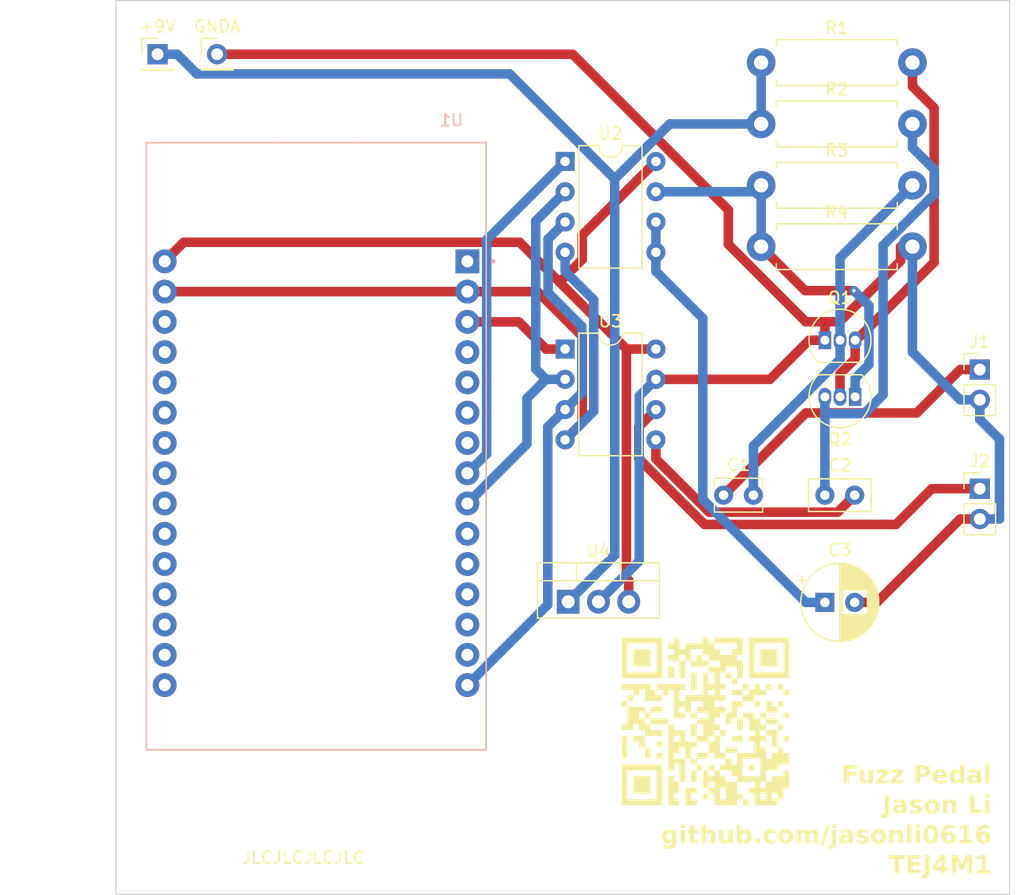
<source format=kicad_pcb>
(kicad_pcb (version 20221018) (generator pcbnew)
  (title_block (title "Fuzz Pedal") (date "2023-12-22") (company "Jason Li"))
  (layers (0 "F.Cu" mixed) (31 "B.Cu" mixed) (34 "B.Paste" user) (35 "F.Paste" user) (36 "B.SilkS" user "B.Silkscreen") (37 "F.SilkS" user "F.Silkscreen") (38 "B.Mask" user) (39 "F.Mask" user) (44 "Edge.Cuts" user))
  (net 0 "")
  (net 1 "Net-(Q1-B)")
  (net 2 "Net-(Q2-C)")
  (net 3 "Net-(U3-P0A)")
  (net 4 "Net-(U2-P0A)")
  (net 5 "GNDA")
  (net 6 "Net-(Q1-C)")
  (net 7 "Net-(Q2-E)")
  (net 8 "+9V")
  (net 10 "Net-(U2-VSS)")
  (net 11 "Net-(U1-D15)")
  (net 16 "Net-(U1-D5)")
  (net 17 "Net-(U1-D18)")
  (net 23 "Net-(U1-D23)")
  (net 24 "Net-(U1-VIN)")
  (net 38 "Net-(C1-Pad1)")
  (net 39 "Net-(U3-P0W)")
  (footprint "Package_TO_SOT_THT:TO-92_Inline" (layer "F.Cu") (at 176.54 97.75 180)
    (fp_text reference "Q2" (at 1.27 -3.56) (layer "F.SilkS"))
    (fp_text value "2N3904")
    (pad "1" thru_hole rect (at 0 0 180) (size 1.05 1.5) (drill 0.75) (layers "*.Cu" "*.Mask") (net 7 "Net-(Q2-E)"))
    (pad "2" thru_hole oval (at 1.27 0 180) (size 1.05 1.5) (drill 0.75) (layers "*.Cu" "*.Mask") (net 6 "Net-(Q1-C)"))
    (pad "3" thru_hole oval (at 2.54 0 180) (size 1.05 1.5) (drill 0.75) (layers "*.Cu" "*.Mask") (net 2 "Net-(Q2-C)"))
  )
  (footprint "Package_DIP:DIP-8_W7.62mm" (layer "F.Cu") (at 152.2 78)
    (fp_text reference "U2" (at 3.81 -2.33) (layer "F.SilkS"))
    (fp_text value "MCP4131-503E_SN")
    (pad "1" thru_hole rect (at 0 0) (size 1.6 1.6) (drill 0.8) (layers "*.Cu" "*.Mask") (net 16 "Net-(U1-D5)"))
    (pad "2" thru_hole oval (at 0 2.54) (size 1.6 1.6) (drill 0.8) (layers "*.Cu" "*.Mask") (net 17 "Net-(U1-D18)"))
    (pad "3" thru_hole oval (at 0 5.08) (size 1.6 1.6) (drill 0.8) (layers "*.Cu" "*.Mask") (net 23 "Net-(U1-D23)"))
    (pad "4" thru_hole oval (at 0 7.62) (size 1.6 1.6) (drill 0.8) (layers "*.Cu" "*.Mask") (net 10 "Net-(U2-VSS)"))
    (pad "5" thru_hole oval (at 7.62 7.62) (size 1.6 1.6) (drill 0.8) (layers "*.Cu" "*.Mask") (net 4 "Net-(U2-P0A)"))
    (pad "6" thru_hole oval (at 7.62 5.08) (size 1.6 1.6) (drill 0.8) (layers "*.Cu" "*.Mask") (net 4 "Net-(U2-P0A)"))
    (pad "7" thru_hole oval (at 7.62 2.54) (size 1.6 1.6) (drill 0.8) (layers "*.Cu" "*.Mask") (net 7 "Net-(Q2-E)"))
    (pad "8" thru_hole oval (at 7.62 0) (size 1.6 1.6) (drill 0.8) (layers "*.Cu" "*.Mask") (net 24 "Net-(U1-VIN)"))
  )
  (footprint "Package_TO_SOT_THT:TO-220-3_Vertical" (layer "F.Cu") (at 152.46 114.945)
    (fp_text reference "U4" (at 2.54 -4.27) (layer "F.SilkS"))
    (fp_text value "L7805")
    (pad "1" thru_hole rect (at 0 0) (size 1.905 2) (drill 1.1) (layers "*.Cu" "*.Mask") (net 8 "+9V"))
    (pad "2" thru_hole oval (at 2.54 0) (size 1.905 2) (drill 1.1) (layers "*.Cu" "*.Mask") (net 5 "GNDA"))
    (pad "3" thru_hole oval (at 5.08 0) (size 1.905 2) (drill 1.1) (layers "*.Cu" "*.Mask") (net 24 "Net-(U1-VIN)"))
  )
  (footprint "Resistor_THT:R_Axial_DIN0411_L9.9mm_D3.6mm_P12.70mm_Horizontal" (layer "F.Cu") (at 168.65 74.85)
    (fp_text reference "R2" (at 6.35 -2.92) (layer "F.SilkS"))
    (fp_text value "10K")
    (pad "1" thru_hole circle (at 0 0) (size 2.4 2.4) (drill 1.2) (layers "*.Cu" "*.Mask") (net 8 "+9V"))
    (pad "2" thru_hole oval (at 12.7 0) (size 2.4 2.4) (drill 1.2) (layers "*.Cu" "*.Mask") (net 2 "Net-(Q2-C)"))
  )
  (footprint "Connector_PinHeader_2.54mm:PinHeader_1x02_P2.54mm_Vertical" (layer "F.Cu") (at 187 105.46)
    (fp_text reference "J2" (at 0 -2.33) (layer "F.SilkS"))
    (fp_text value "Audio out")
    (pad "S" thru_hole oval (at 0 2.54) (size 1.7 1.7) (drill 1) (layers "*.Cu" "*.Mask") (net 5 "GNDA"))
    (pad "T" thru_hole rect (at 0 0) (size 1.7 1.7) (drill 1) (layers "*.Cu" "*.Mask") (net 39 "Net-(U3-P0W)"))
  )
  (footprint "Package_TO_SOT_THT:TO-92_Inline" (layer "F.Cu") (at 174 93)
    (fp_text reference "Q1" (at 1.27 -3.56) (layer "F.SilkS"))
    (fp_text value "2N3904")
    (pad "1" thru_hole rect (at 0 0) (size 1.05 1.5) (drill 0.75) (layers "*.Cu" "*.Mask") (net 5 "GNDA"))
    (pad "2" thru_hole oval (at 1.27 0) (size 1.05 1.5) (drill 0.75) (layers "*.Cu" "*.Mask") (net 1 "Net-(Q1-B)"))
    (pad "3" thru_hole oval (at 2.54 0) (size 1.05 1.5) (drill 0.75) (layers "*.Cu" "*.Mask") (net 6 "Net-(Q1-C)"))
  )
  (footprint "Resistor_THT:R_Axial_DIN0411_L9.9mm_D3.6mm_P12.70mm_Horizontal" (layer "F.Cu") (at 168.65 85.15)
    (fp_text reference "R4" (at 6.35 -2.92) (layer "F.SilkS"))
    (fp_text value "5.1K")
    (pad "1" thru_hole circle (at 0 0) (size 2.4 2.4) (drill 1.2) (layers "*.Cu" "*.Mask") (net 7 "Net-(Q2-E)"))
    (pad "2" thru_hole oval (at 12.7 0) (size 2.4 2.4) (drill 1.2) (layers "*.Cu" "*.Mask") (net 5 "GNDA"))
  )
  (footprint "Capacitor_THT:CP_Radial_D6.3mm_P2.50mm" (layer "F.Cu") (at 174 115)
    (fp_text reference "C3" (at 1.25 -4.4) (layer "F.SilkS"))
    (fp_text value "22uF")
    (pad "1" thru_hole rect (at 0 0) (size 1.6 1.6) (drill 0.8) (layers "*.Cu" "*.Mask") (net 4 "Net-(U2-P0A)"))
    (pad "2" thru_hole circle (at 2.5 0) (size 1.6 1.6) (drill 0.8) (layers "*.Cu" "*.Mask") (net 5 "GNDA"))
  )
  (footprint "Resistor_THT:R_Axial_DIN0411_L9.9mm_D3.6mm_P12.70mm_Horizontal" (layer "F.Cu") (at 168.65 69.7)
    (fp_text reference "R1" (at 6.35 -2.92) (layer "F.SilkS"))
    (fp_text value "100K")
    (pad "1" thru_hole circle (at 0 0) (size 2.4 2.4) (drill 1.2) (layers "*.Cu" "*.Mask") (net 8 "+9V"))
    (pad "2" thru_hole oval (at 12.7 0) (size 2.4 2.4) (drill 1.2) (layers "*.Cu" "*.Mask") (net 6 "Net-(Q1-C)"))
  )
  (footprint "Capacitor_THT:C_Disc_D5.0mm_W2.5mm_P2.50mm" (layer "F.Cu") (at 174 106)
    (fp_text reference "C2" (at 1.25 -2.5) (layer "F.SilkS"))
    (fp_text value "0.01uF")
    (pad "1" thru_hole circle (at 0 0) (size 1.6 1.6) (drill 0.8) (layers "*.Cu" "*.Mask") (net 2 "Net-(Q2-C)"))
    (pad "2" thru_hole circle (at 2.5 0) (size 1.6 1.6) (drill 0.8) (layers "*.Cu" "*.Mask") (net 3 "Net-(U3-P0A)"))
  )
  (footprint "Resistor_THT:R_Axial_DIN0411_L9.9mm_D3.6mm_P12.70mm_Horizontal" (layer "F.Cu") (at 168.65 80)
    (fp_text reference "R3" (at 6.35 -2.92) (layer "F.SilkS"))
    (fp_text value "100K")
    (pad "1" thru_hole circle (at 0 0) (size 2.4 2.4) (drill 1.2) (layers "*.Cu" "*.Mask") (net 7 "Net-(Q2-E)"))
    (pad "2" thru_hole oval (at 12.7 0) (size 2.4 2.4) (drill 1.2) (layers "*.Cu" "*.Mask") (net 1 "Net-(Q1-B)"))
  )
  (footprint "Package_DIP:DIP-8_W7.62mm" (layer "F.Cu") (at 152.2 93.74)
    (fp_text reference "U3" (at 3.81 -2.33) (layer "F.SilkS"))
    (fp_text value "MCP4131-503E_SN")
    (pad "1" thru_hole rect (at 0 0) (size 1.6 1.6) (drill 0.8) (layers "*.Cu" "*.Mask") (net 11 "Net-(U1-D15)"))
    (pad "2" thru_hole oval (at 0 2.54) (size 1.6 1.6) (drill 0.8) (layers "*.Cu" "*.Mask") (net 17 "Net-(U1-D18)"))
    (pad "3" thru_hole oval (at 0 5.08) (size 1.6 1.6) (drill 0.8) (layers "*.Cu" "*.Mask") (net 23 "Net-(U1-D23)"))
    (pad "4" thru_hole oval (at 0 7.62) (size 1.6 1.6) (drill 0.8) (layers "*.Cu" "*.Mask") (net 10 "Net-(U2-VSS)"))
    (pad "5" thru_hole oval (at 7.62 7.62) (size 1.6 1.6) (drill 0.8) (layers "*.Cu" "*.Mask") (net 3 "Net-(U3-P0A)"))
    (pad "6" thru_hole oval (at 7.62 5.08) (size 1.6 1.6) (drill 0.8) (layers "*.Cu" "*.Mask") (net 39 "Net-(U3-P0W)"))
    (pad "7" thru_hole oval (at 7.62 2.54) (size 1.6 1.6) (drill 0.8) (layers "*.Cu" "*.Mask") (net 5 "GNDA"))
    (pad "8" thru_hole oval (at 7.62 0) (size 1.6 1.6) (drill 0.8) (layers "*.Cu" "*.Mask") (net 24 "Net-(U1-VIN)"))
  )
  (footprint "Connector_PinHeader_2.54mm:PinHeader_1x01_P2.54mm_Vertical" (layer "F.Cu") (at 118 69)
    (fp_text reference "+9V" (at 0 -2.33) (layer "F.SilkS"))
    (fp_text value "PinHeader_1x01_P2.54mm_Vertical")
    (pad "1" thru_hole rect (at 0 0) (size 1.7 1.7) (drill 1) (layers "*.Cu" "*.Mask") (net 8 "+9V"))
  )
  (footprint "Connector_PinHeader_2.54mm:PinHeader_1x02_P2.54mm_Vertical" (layer "F.Cu") (at 187 95.46)
    (fp_text reference "J1" (at 0 -2.33) (layer "F.SilkS"))
    (fp_text value "Audio in")
    (pad "S" thru_hole oval (at 0 2.54) (size 1.7 1.7) (drill 1) (layers "*.Cu" "*.Mask") (net 5 "GNDA"))
    (pad "T" thru_hole rect (at 0 0) (size 1.7 1.7) (drill 1) (layers "*.Cu" "*.Mask") (net 38 "Net-(C1-Pad1)"))
  )
  (footprint "Connector_PinHeader_2.54mm:PinHeader_1x01_P2.54mm_Vertical" (layer "F.Cu") (at 123 69)
    (fp_text reference "GNDA" (at 0 -2.33) (layer "F.SilkS"))
    (fp_text value "PinHeader_1x01_P2.54mm_Vertical")
    (pad "2" thru_hole circle (at 0 0) (size 1.7 1.7) (drill 1) (layers "*.Cu" "*.Mask") (net 5 "GNDA"))
  )
  (footprint "Capacitor_THT:C_Disc_D3.8mm_W2.6mm_P2.50mm" (layer "F.Cu") (at 165.5 106)
    (fp_text reference "C1" (at 1.25 -2.55) (layer "F.SilkS"))
    (fp_text value "0.1uF")
    (pad "1" thru_hole circle (at 0 0) (size 1.6 1.6) (drill 0.8) (layers "*.Cu" "*.Mask") (net 38 "Net-(C1-Pad1)"))
    (pad "2" thru_hole circle (at 2.5 0) (size 1.6 1.6) (drill 0.8) (layers "*.Cu" "*.Mask") (net 1 "Net-(Q1-B)"))
  )
  (footprint "LOGO" (layer "F.Cu") (at 164 125)
    (fp_text reference "G***" hide)
    (fp_text value "LOGO" hide)
  )
  (footprint "ESP32-DEVKIT-V1:MODULE_ESP32_DEVKIT_V1" (layer "B.Cu") (at 131.3 101.895 180)
    (fp_text reference "U1" (at -11.355 27.36) (layer "B.SilkS") (effects (justify mirror)))
    (fp_text value "ESP32-DEVKIT-V1")
    (pad "" np_thru_hole circle (at -12.28 -23.475 180) (size 3 3) (drill 3) (layers "*.Cu" "*.Mask"))
    (pad "" np_thru_hole circle (at -12.28 23.475 180) (size 3 3) (drill 3) (layers "*.Cu" "*.Mask"))
    (pad "" np_thru_hole circle (at 12.23 -23.475 180) (size 3 3) (drill 3) (layers "*.Cu" "*.Mask"))
    (pad "" np_thru_hole circle (at 12.23 23.475 180) (size 3 3) (drill 3) (layers "*.Cu" "*.Mask"))
    (pad "1" thru_hole rect (at -12.7 15.515 180) (size 2 2) (drill 1.02) (layers "*.Cu" "*.Mask"))
    (pad "2" thru_hole circle (at -12.7 12.975 180) (size 2 2) (drill 1.02) (layers "*.Cu" "*.Mask") (net 10 "Net-(U2-VSS)"))
    (pad "3" thru_hole circle (at -12.7 10.435 180) (size 2 2) (drill 1.02) (layers "*.Cu" "*.Mask") (net 11 "Net-(U1-D15)"))
    (pad "4" thru_hole circle (at -12.7 7.895 180) (size 2 2) (drill 1.02) (layers "*.Cu" "*.Mask"))
    (pad "5" thru_hole circle (at -12.7 5.355 180) (size 2 2) (drill 1.02) (layers "*.Cu" "*.Mask"))
    (pad "6" thru_hole circle (at -12.7 2.815 180) (size 2 2) (drill 1.02) (layers "*.Cu" "*.Mask"))
    (pad "7" thru_hole circle (at -12.7 0.275 180) (size 2 2) (drill 1.02) (layers "*.Cu" "*.Mask"))
    (pad "8" thru_hole circle (at -12.7 -2.265 180) (size 2 2) (drill 1.02) (layers "*.Cu" "*.Mask") (net 16 "Net-(U1-D5)"))
    (pad "9" thru_hole circle (at -12.7 -4.805 180) (size 2 2) (drill 1.02) (layers "*.Cu" "*.Mask") (net 17 "Net-(U1-D18)"))
    (pad "10" thru_hole circle (at -12.7 -7.345 180) (size 2 2) (drill 1.02) (layers "*.Cu" "*.Mask"))
    (pad "11" thru_hole circle (at -12.7 -9.885 180) (size 2 2) (drill 1.02) (layers "*.Cu" "*.Mask"))
    (pad "12" thru_hole circle (at -12.7 -12.425 180) (size 2 2) (drill 1.02) (layers "*.Cu" "*.Mask"))
    (pad "13" thru_hole circle (at -12.7 -14.965 180) (size 2 2) (drill 1.02) (layers "*.Cu" "*.Mask"))
    (pad "14" thru_hole circle (at -12.7 -17.505 180) (size 2 2) (drill 1.02) (layers "*.Cu" "*.Mask"))
    (pad "15" thru_hole circle (at -12.7 -20.045 180) (size 2 2) (drill 1.02) (layers "*.Cu" "*.Mask") (net 23 "Net-(U1-D23)"))
    (pad "16" thru_hole circle (at 12.7 -20.045 180) (size 2 2) (drill 1.02) (layers "*.Cu" "*.Mask"))
    (pad "17" thru_hole circle (at 12.7 -17.505 180) (size 2 2) (drill 1.02) (layers "*.Cu" "*.Mask"))
    (pad "18" thru_hole circle (at 12.7 -14.965 180) (size 2 2) (drill 1.02) (layers "*.Cu" "*.Mask"))
    (pad "19" thru_hole circle (at 12.7 -12.425 180) (size 2 2) (drill 1.02) (layers "*.Cu" "*.Mask"))
    (pad "20" thru_hole circle (at 12.7 -9.885 180) (size 2 2) (drill 1.02) (layers "*.Cu" "*.Mask"))
    (pad "21" thru_hole circle (at 12.7 -7.345 180) (size 2 2) (drill 1.02) (layers "*.Cu" "*.Mask"))
    (pad "22" thru_hole circle (at 12.7 -4.805 180) (size 2 2) (drill 1.02) (layers "*.Cu" "*.Mask"))
    (pad "23" thru_hole circle (at 12.7 -2.265 180) (size 2 2) (drill 1.02) (layers "*.Cu" "*.Mask"))
    (pad "24" thru_hole circle (at 12.7 0.275 180) (size 2 2) (drill 1.02) (layers "*.Cu" "*.Mask"))
    (pad "25" thru_hole circle (at 12.7 2.815 180) (size 2 2) (drill 1.02) (layers "*.Cu" "*.Mask"))
    (pad "26" thru_hole circle (at 12.7 5.355 180) (size 2 2) (drill 1.02) (layers "*.Cu" "*.Mask"))
    (pad "27" thru_hole circle (at 12.7 7.895 180) (size 2 2) (drill 1.02) (layers "*.Cu" "*.Mask"))
    (pad "28" thru_hole circle (at 12.7 10.435 180) (size 2 2) (drill 1.02) (layers "*.Cu" "*.Mask"))
    (pad "29" thru_hole circle (at 12.7 12.975 180) (size 2 2) (drill 1.02) (layers "*.Cu" "*.Mask") (net 10 "Net-(U2-VSS)"))
    (pad "30" thru_hole circle (at 12.7 15.515 180) (size 2 2) (drill 1.02) (layers "*.Cu" "*.Mask") (net 24 "Net-(U1-VIN)"))
  )
  (gr_rect (start 114.5 64.5) (end 189.5 139.5) (stroke (width 0.1)) (fill none) (layer "Edge.Cuts"))
  (gr_text "JLCJLCJLCJLC" (at 125 137) (layer "F.SilkS") (effects (font (size 1 1)) (justify left bottom)))
  (gr_text "Fuzz Pedal\nJason Li\ngithub.com/jasonli0616\nTEJ4M1" (at 188 138) (layer "F.SilkS") (effects (font (size 1.5 1.5) (thickness 0.3) bold) (justify right bottom)))
  (segment (start 168 106) (end 168 101.8731) (width 0.8) (layer "B.Cu") (net 1))
  (segment (start 175.27 86.08) (end 181.35 80) (width 0.8) (layer "B.Cu") (net 1))
  (segment (start 168 101.8731) (end 175.27 94.6031) (width 0.8) (layer "B.Cu") (net 1))
  (segment (start 175.27 93) (end 175.27 91.45) (width 0.8) (layer "B.Cu") (net 1))
  (segment (start 175.27 94.6031) (end 175.27 93) (width 0.8) (layer "B.Cu") (net 1))
  (segment (start 175.27 91.45) (end 175.27 86.08) (width 0.8) (layer "B.Cu") (net 1))
  (segment (start 183.1903 80.7347) (end 183.1903 78.6903) (width 0.8) (layer "B.Cu") (net 2))
  (segment (start 177.3001 99.1587) (end 178.8847 97.5741) (width 0.8) (layer "B.Cu") (net 2))
  (segment (start 183.1903 78.6903) (end 181.35 76.85) (width 0.8) (layer "B.Cu") (net 2))
  (segment (start 174 99.1587) (end 177.3001 99.1587) (width 0.8) (layer "B.Cu") (net 2))
  (segment (start 174 106) (end 174 99.1587) (width 0.8) (layer "B.Cu") (net 2))
  (segment (start 181.35 74.85) (end 181.35 76.85) (width 0.8) (layer "B.Cu") (net 2))
  (segment (start 178.8847 85.0403) (end 183.1903 80.7347) (width 0.8) (layer "B.Cu") (net 2))
  (segment (start 178.8847 97.5741) (end 178.8847 85.0403) (width 0.8) (layer "B.Cu") (net 2))
  (segment (start 174 99.1587) (end 174 97.75) (width 0.8) (layer "B.Cu") (net 2))
  (segment (start 164.2881 107.4281) (end 159.82 102.96) (width 0.8) (layer "F.Cu") (net 3))
  (segment (start 176.5 106) (end 175.0719 107.4281) (width 0.8) (layer "F.Cu") (net 3))
  (segment (start 159.82 101.36) (end 159.82 102.96) (width 0.8) (layer "F.Cu") (net 3))
  (segment (start 175.0719 107.4281) (end 164.2881 107.4281) (width 0.8) (layer "F.Cu") (net 3))
  (segment (start 159.82 83.08) (end 159.82 85.62) (width 0.8) (layer "B.Cu") (net 4))
  (segment (start 159.82 85.62) (end 159.82 87.22) (width 0.8) (layer "B.Cu") (net 4))
  (segment (start 163.7571 106.3571) (end 163.7571 91.1571) (width 0.8) (layer "B.Cu") (net 4))
  (segment (start 174 115) (end 172.4 115) (width 0.8) (layer "B.Cu") (net 4))
  (segment (start 163.7571 91.1571) (end 159.82 87.22) (width 0.8) (layer "B.Cu") (net 4))
  (segment (start 172.4 115) (end 163.7571 106.3571) (width 0.8) (layer "B.Cu") (net 4))
  (segment (start 174 93) (end 172.675 93) (width 0.8) (layer "F.Cu") (net 5))
  (segment (start 178.35 115) (end 185.35 108) (width 0.8) (layer "F.Cu") (net 5))
  (segment (start 187 108) (end 185.35 108) (width 0.8) (layer "F.Cu") (net 5))
  (segment (start 176.5 115) (end 178.35 115) (width 0.8) (layer "F.Cu") (net 5))
  (segment (start 169.395 96.28) (end 159.82 96.28) (width 0.8) (layer "F.Cu") (net 5))
  (segment (start 165.8992 82.0682) (end 165.8992 84.9514) (width 0.8) (layer "F.Cu") (net 5))
  (segment (start 175.2423 91.45) (end 180.35 86.3423) (width 0.8) (layer "F.Cu") (net 5))
  (segment (start 172.3978 91.45) (end 174 91.45) (width 0.8) (layer "F.Cu") (net 5))
  (segment (start 174 91.45) (end 175.2423 91.45) (width 0.8) (layer "F.Cu") (net 5))
  (segment (start 172.675 93) (end 169.395 96.28) (width 0.8) (layer "F.Cu") (net 5))
  (segment (start 174 93) (end 174 91.45) (width 0.8) (layer "F.Cu") (net 5))
  (segment (start 180.35 86.3423) (end 180.35 85.15) (width 0.8) (layer "F.Cu") (net 5))
  (segment (start 123 69) (end 152.831 69) (width 0.8) (layer "F.Cu") (net 5))
  (segment (start 181.35 85.15) (end 180.35 85.15) (width 0.8) (layer "F.Cu") (net 5))
  (segment (start 152.831 69) (end 165.8992 82.0682) (width 0.8) (layer "F.Cu") (net 5))
  (segment (start 165.8992 84.9514) (end 172.3978 91.45) (width 0.8) (layer "F.Cu") (net 5))
  (segment (start 181.35 94) (end 185.35 98) (width 0.8) (layer "B.Cu") (net 5))
  (segment (start 187 108) (end 188.65 108) (width 0.8) (layer "B.Cu") (net 5))
  (segment (start 158.4181 111.5269) (end 155 114.945) (width 0.8) (layer "B.Cu") (net 5))
  (segment (start 187 98) (end 187 99.65) (width 0.8) (layer "B.Cu") (net 5))
  (segment (start 159.82 96.28) (end 158.4181 97.6819) (width 0.8) (layer "B.Cu") (net 5))
  (segment (start 158.4181 97.6819) (end 158.4181 111.5269) (width 0.8) (layer "B.Cu") (net 5))
  (segment (start 187 98) (end 185.35 98) (width 0.8) (layer "B.Cu") (net 5))
  (segment (start 188.65 101.3) (end 187 99.65) (width 0.8) (layer "B.Cu") (net 5))
  (segment (start 188.65 108) (end 188.65 101.3) (width 0.8) (layer "B.Cu") (net 5))
  (segment (start 181.35 85.15) (end 181.35 94) (width 0.8) (layer "B.Cu") (net 5))
  (segment (start 183.1639 86.4565) (end 183.1639 73.5139) (width 0.8) (layer "F.Cu") (net 6))
  (segment (start 176.54 93.0804) (end 176.54 94.55) (width 0.8) (layer "F.Cu") (net 6))
  (segment (start 176.54 93.0804) (end 183.1639 86.4565) (width 0.8) (layer "F.Cu") (net 6))
  (segment (start 181.35 69.7) (end 181.35 71.7) (width 0.8) (layer "F.Cu") (net 6))
  (segment (start 183.1639 73.5139) (end 181.35 71.7) (width 0.8) (layer "F.Cu") (net 6))
  (segment (start 175.27 95.82) (end 175.27 97.75) (width 0.8) (layer "F.Cu") (net 6))
  (segment (start 176.54 93) (end 176.54 93.0804) (width 0.8) (layer "F.Cu") (net 6))
  (segment (start 176.54 94.55) (end 175.27 95.82) (width 0.8) (layer "F.Cu") (net 6))
  (segment (start 172.3374 88.8374) (end 168.65 85.15) (width 0.8) (layer "F.Cu") (net 7))
  (segment (start 176.438 88.8374) (end 172.3374 88.8374) (width 0.8) (layer "F.Cu") (net 7))
  (via (at 176.438 88.8374) (size 0.7) (drill 0.3) (layers "F.Cu" "B.Cu") (net 7))
  (segment (start 168.65 80) (end 168.65 80.54) (width 0.8) (layer "B.Cu") (net 7))
  (segment (start 177.6977 95.0423) (end 176.54 96.2) (width 0.8) (layer "B.Cu") (net 7))
  (segment (start 159.82 80.54) (end 161.42 80.54) (width 0.8) (layer "B.Cu") (net 7))
  (segment (start 168.65 80.54) (end 161.42 80.54) (width 0.8) (layer "B.Cu") (net 7))
  (segment (start 176.54 97.75) (end 176.54 96.2) (width 0.8) (layer "B.Cu") (net 7))
  (segment (start 177.6977 90.0971) (end 177.6977 95.0423) (width 0.8) (layer "B.Cu") (net 7))
  (segment (start 176.438 88.8374) (end 177.6977 90.0971) (width 0.8) (layer "B.Cu") (net 7))
  (segment (start 168.65 80.54) (end 168.65 85.15) (width 0.8) (layer "B.Cu") (net 7))
  (segment (start 168.65 69.7) (end 168.65 74.85) (width 0.8) (layer "B.Cu") (net 8))
  (segment (start 118 69) (end 119.65 69) (width 0.8) (layer "B.Cu") (net 8))
  (segment (start 168.65 74.85) (end 160.9822 74.85) (width 0.8) (layer "B.Cu") (net 8))
  (segment (start 147.5454 70.65) (end 156.3638 79.4684) (width 0.8) (layer "B.Cu") (net 8))
  (segment (start 156.3638 111.0412) (end 152.46 114.945) (width 0.8) (layer "B.Cu") (net 8))
  (segment (start 156.3638 79.4684) (end 156.3638 111.0412) (width 0.8) (layer "B.Cu") (net 8))
  (segment (start 121.3 70.65) (end 147.5454 70.65) (width 0.8) (layer "B.Cu") (net 8))
  (segment (start 160.9822 74.85) (end 156.3638 79.4684) (width 0.8) (layer "B.Cu") (net 8))
  (segment (start 119.65 69) (end 121.3 70.65) (width 0.8) (layer "B.Cu") (net 8))
  (segment (start 153.6407 92.673) (end 153.6407 99.9193) (width 0.8) (layer "F.Cu") (net 10))
  (segment (start 118.6 88.92) (end 144 88.92) (width 0.8) (layer "F.Cu") (net 10))
  (segment (start 149.8877 88.92) (end 153.6407 92.673) (width 0.8) (layer "F.Cu") (net 10))
  (segment (start 153.6407 99.9193) (end 152.2 101.36) (width 0.8) (layer "F.Cu") (net 10))
  (segment (start 144 88.92) (end 149.8877 88.92) (width 0.8) (layer "F.Cu") (net 10))
  (segment (start 152.2 101.36) (end 154.6038 98.9562) (width 0.8) (layer "B.Cu") (net 10))
  (segment (start 154.6038 98.9562) (end 154.6038 89.6238) (width 0.8) (layer "B.Cu") (net 10))
  (segment (start 152.2 85.62) (end 152.2 87.22) (width 0.8) (layer "B.Cu") (net 10))
  (segment (start 154.6038 89.6238) (end 152.2 87.22) (width 0.8) (layer "B.Cu") (net 10))
  (segment (start 152.2 93.74) (end 150.6 93.74) (width 0.8) (layer "F.Cu") (net 11))
  (segment (start 148.32 91.46) (end 150.6 93.74) (width 0.8) (layer "F.Cu") (net 11))
  (segment (start 144 91.46) (end 148.32 91.46) (width 0.8) (layer "F.Cu") (net 11))
  (segment (start 152.2 78) (end 145.6187 84.5813) (width 0.8) (layer "B.Cu") (net 16))
  (segment (start 145.6187 84.5813) (end 145.6187 102.5413) (width 0.8) (layer "B.Cu") (net 16))
  (segment (start 145.6187 102.5413) (end 144 104.16) (width 0.8) (layer "B.Cu") (net 16))
  (segment (start 149.7357 83.0043) (end 149.7357 95.4157) (width 0.8) (layer "B.Cu") (net 17))
  (segment (start 149.7357 95.4157) (end 150.6 96.28) (width 0.8) (layer "B.Cu") (net 17))
  (segment (start 144 106.7) (end 149 101.7) (width 0.8) (layer "B.Cu") (net 17))
  (segment (start 152.2 80.54) (end 149.7357 83.0043) (width 0.8) (layer "B.Cu") (net 17))
  (segment (start 152.2 96.28) (end 150.6 96.28) (width 0.8) (layer "B.Cu") (net 17))
  (segment (start 149 97.88) (end 150.6 96.28) (width 0.8) (layer "B.Cu") (net 17))
  (segment (start 149 101.7) (end 149 97.88) (width 0.8) (layer "B.Cu") (net 17))
  (segment (start 150.7462 115.1938) (end 150.7462 100.2738) (width 0.8) (layer "B.Cu") (net 23))
  (segment (start 150.7679 84.5121) (end 152.2 83.08) (width 0.8) (layer "B.Cu") (net 23))
  (segment (start 153.6019 97.4181) (end 153.6019 91.8327) (width 0.8) (layer "B.Cu") (net 23))
  (segment (start 153.6019 91.8327) (end 150.7679 88.9987) (width 0.8) (layer "B.Cu") (net 23))
  (segment (start 152.2 98.82) (end 153.6019 97.4181) (width 0.8) (layer "B.Cu") (net 23))
  (segment (start 150.7462 100.2738) (end 152.2 98.82) (width 0.8) (layer "B.Cu") (net 23))
  (segment (start 150.7679 88.9987) (end 150.7679 84.5121) (width 0.8) (layer "B.Cu") (net 23))
  (segment (start 144 121.94) (end 150.7462 115.1938) (width 0.8) (layer "B.Cu") (net 23))
  (segment (start 159.82 93.74) (end 158.22 93.74) (width 0.8) (layer "F.Cu") (net 24))
  (segment (start 151.7372 88.1287) (end 157.3484 93.74) (width 0.8) (layer "F.Cu") (net 24))
  (segment (start 157.3484 112.9534) (end 157.54 113.145) (width 0.8) (layer "F.Cu") (net 24))
  (segment (start 120.2019 84.7781) (end 148.3865 84.7781) (width 0.8) (layer "F.Cu") (net 24))
  (segment (start 148.3865 84.7781) (end 151.7372 88.1287) (width 0.8) (layer "F.Cu") (net 24))
  (segment (start 153.6405 84.1795) (end 153.6405 86.2254) (width 0.8) (layer "F.Cu") (net 24))
  (segment (start 157.3484 93.74) (end 158.22 93.74) (width 0.8) (layer "F.Cu") (net 24))
  (segment (start 159.82 78) (end 153.6405 84.1795) (width 0.8) (layer "F.Cu") (net 24))
  (segment (start 157.3484 93.74) (end 157.3484 112.9534) (width 0.8) (layer "F.Cu") (net 24))
  (segment (start 118.6 86.38) (end 120.2019 84.7781) (width 0.8) (layer "F.Cu") (net 24))
  (segment (start 153.6405 86.2254) (end 151.7372 88.1287) (width 0.8) (layer "F.Cu") (net 24))
  (segment (start 157.54 114.945) (end 157.54 113.145) (width 0.8) (layer "F.Cu") (net 24))
  (segment (start 187 95.46) (end 185.35 95.46) (width 0.8) (layer "F.Cu") (net 38))
  (segment (start 181.7081 99.1019) (end 185.35 95.46) (width 0.8) (layer "F.Cu") (net 38))
  (segment (start 172.3981 99.1019) (end 181.7081 99.1019) (width 0.8) (layer "F.Cu") (net 38))
  (segment (start 165.5 106) (end 172.3981 99.1019) (width 0.8) (layer "F.Cu") (net 38))
  (segment (start 163.8929 108.4563) (end 179.969 108.4563) (width 0.8) (layer "F.Cu") (net 39))
  (segment (start 158.3842 102.9476) (end 163.8929 108.4563) (width 0.8) (layer "F.Cu") (net 39))
  (segment (start 158.3842 100.2558) (end 158.3842 102.9476) (width 0.8) (layer "F.Cu") (net 39))
  (segment (start 182.9653 105.46) (end 187 105.46) (width 0.8) (layer "F.Cu") (net 39))
  (segment (start 159.82 98.82) (end 158.3842 100.2558) (width 0.8) (layer "F.Cu") (net 39))
  (segment (start 179.969 108.4563) (end 182.9653 105.46) (width 0.8) (layer "F.Cu") (net 39))
)
</source>
